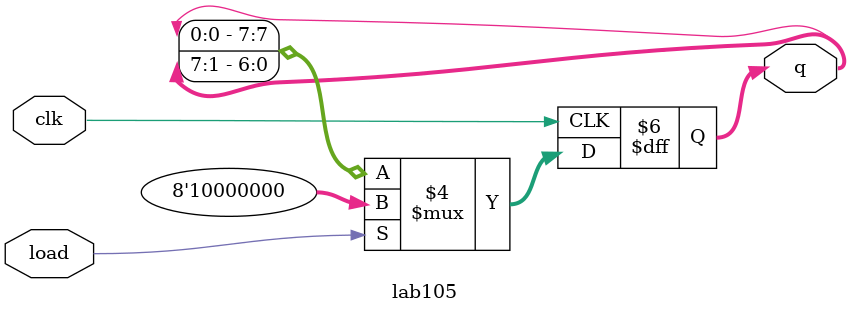
<source format=v>
`timescale 1ns / 1ps
module lab105(input clk, load, output reg [7:0]q);
always @(posedge clk)
if(load==1)
q<=8'b10000000;
else
begin
q <= {q[0], q[7:1]};
end
endmodule
</source>
